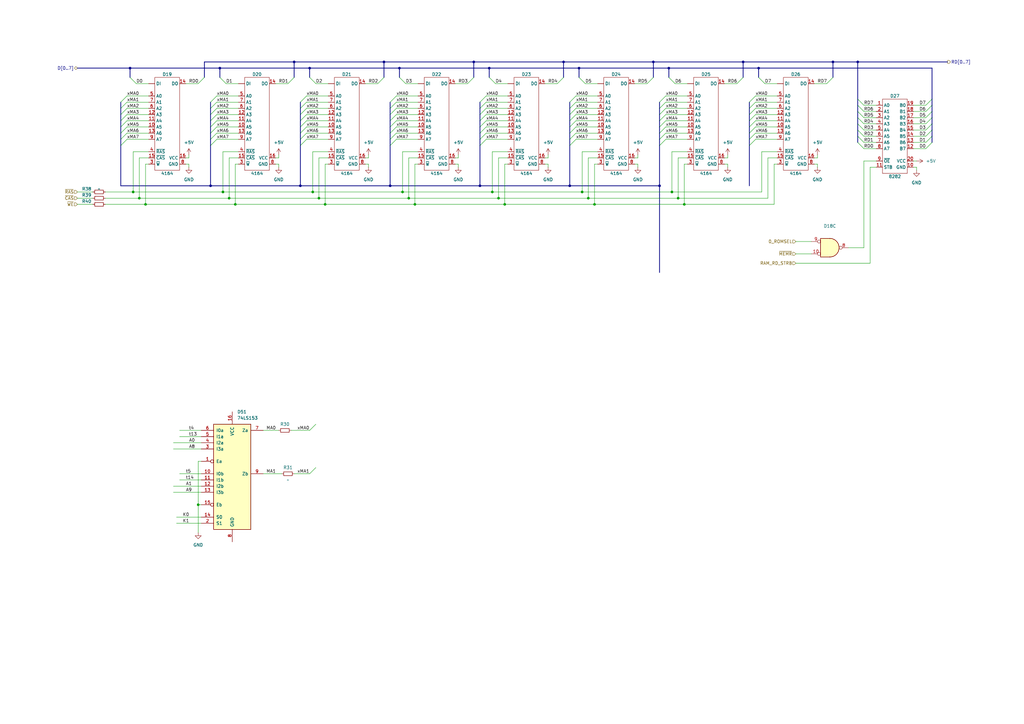
<source format=kicad_sch>
(kicad_sch (version 20211123) (generator eeschema)
  (paper "A3")
  (lib_symbols
    (symbol "74xx:74LS153" (pin_names (offset 1.016))
      (property "Reference" "U" (at -7.62 21.59 0))
      (property "Value" "74LS153" (at -7.62 -24.13 0))
      (symbol "74LS153_1_0"
        (pin input inverted (at -12.7 5.08 0) (length 5.08) (name "Ea") (number "1"))
        (pin input line (at -12.7 0 0) (length 5.08) (name "I0b") (number "10"))
        (pin input line (at -12.7 -2.54 0) (length 5.08) (name "I1b") (number "11"))
        (pin input line (at -12.7 -5.08 0) (length 5.08) (name "I2b") (number "12"))
        (pin input line (at -12.7 -7.62 0) (length 5.08) (name "I3b") (number "13"))
        (pin input line (at -12.7 -17.78 0) (length 5.08) (name "S0") (number "14"))
        (pin input inverted (at -12.7 -12.7 0) (length 5.08) (name "Eb") (number "15"))
        (pin power_in line (at 0 25.4 270) (length 5.08) (name "VCC") (number "16"))
        (pin input line (at -12.7 -20.32 0) (length 5.08) (name "S1") (number "2"))
        (pin input line (at -12.7 10.16 0) (length 5.08) (name "I3a") (number "3"))
        (pin input line (at -12.7 12.7 0) (length 5.08) (name "I2a") (number "4"))
        (pin input line (at -12.7 15.24 0) (length 5.08) (name "I1a") (number "5"))
        (pin input line (at -12.7 17.78 0) (length 5.08) (name "I0a") (number "6"))
        (pin output line (at 12.7 17.78 180) (length 5.08) (name "Za") (number "7"))
        (pin power_in line (at 0 -27.94 90) (length 5.08) (name "GND") (number "8"))
        (pin output line (at 12.7 0 180) (length 5.08) (name "Zb") (number "9"))
      )
      (symbol "74LS153_1_1"
        (rectangle (start -7.62 20.32) (end 7.62 -22.86) (stroke (width 0.254)) (fill (type background)))
      )
    )
    (symbol "74xx:74LS32" (pin_names (offset 1.016))
      (property "Reference" "U" (at 0 1.27 0))
      (property "Value" "74LS32" (at 0 -1.27 0))
      (symbol "74LS32_1_1"
        (arc (start -3.81 -3.81) (mid -2.589 0) (end -3.81 3.81) (stroke (width 0.254)))
        (arc (start -0.6096 -3.81) (mid 2.1842 -2.5851) (end 3.81 0) (stroke (width 0.254)) (fill (type background)))
        (polyline (pts (xy -3.81 -3.81) (xy -0.635 -3.81)) (stroke (width 0.254)) (fill (type background)))
        (polyline (pts (xy -3.81 3.81) (xy -0.635 3.81)) (stroke (width 0.254)) (fill (type background)))
        (polyline (pts (xy -0.635 3.81) (xy -3.81 3.81) (xy -3.81 3.81) (xy -3.556 3.4036) (xy -3.0226 2.2606) (xy -2.6924 1.0414) (xy -2.6162 -0.254) (xy -2.7686 -1.4986) (xy -3.175 -2.7178) (xy -3.81 -3.81) (xy -3.81 -3.81) (xy -0.635 -3.81)) (stroke (width -25.4)) (fill (type background)))
        (arc (start 3.81 0) (mid 2.1915 2.5936) (end -0.6096 3.81) (stroke (width 0.254)) (fill (type background)))
        (pin input line (at -7.62 2.54 0) (length 4.318) (name "~") (number "1"))
        (pin input line (at -7.62 -2.54 0) (length 4.318) (name "~") (number "2"))
        (pin output line (at 7.62 0 180) (length 3.81) (name "~") (number "3"))
      )
      (symbol "74LS32_1_2"
        (arc (start 0 -3.81) (mid 3.81 0) (end 0 3.81) (stroke (width 0.254)) (fill (type background)))
        (polyline (pts (xy 0 3.81) (xy -3.81 3.81) (xy -3.81 -3.81) (xy 0 -3.81)) (stroke (width 0.254)) (fill (type background)))
        (pin input inverted (at -7.62 2.54 0) (length 3.81) (name "~") (number "1"))
        (pin input inverted (at -7.62 -2.54 0) (length 3.81) (name "~") (number "2"))
        (pin output inverted (at 7.62 0 180) (length 3.81) (name "~") (number "3"))
      )
      (symbol "74LS32_2_1"
        (arc (start -3.81 -3.81) (mid -2.589 0) (end -3.81 3.81) (stroke (width 0.254)))
        (arc (start -0.6096 -3.81) (mid 2.1842 -2.5851) (end 3.81 0) (stroke (width 0.254)) (fill (type background)))
        (polyline (pts (xy -3.81 -3.81) (xy -0.635 -3.81)) (stroke (width 0.254)) (fill (type background)))
        (polyline (pts (xy -3.81 3.81) (xy -0.635 3.81)) (stroke (width 0.254)) (fill (type background)))
        (polyline (pts (xy -0.635 3.81) (xy -3.81 3.81) (xy -3.81 3.81) (xy -3.556 3.4036) (xy -3.0226 2.2606) (xy -2.6924 1.0414) (xy -2.6162 -0.254) (xy -2.7686 -1.4986) (xy -3.175 -2.7178) (xy -3.81 -3.81) (xy -3.81 -3.81) (xy -0.635 -3.81)) (stroke (width -25.4)) (fill (type background)))
        (arc (start 3.81 0) (mid 2.1915 2.5936) (end -0.6096 3.81) (stroke (width 0.254)) (fill (type background)))
        (pin input line (at -7.62 2.54 0) (length 4.318) (name "~") (number "4"))
        (pin input line (at -7.62 -2.54 0) (length 4.318) (name "~") (number "5"))
        (pin output line (at 7.62 0 180) (length 3.81) (name "~") (number "6"))
      )
      (symbol "74LS32_2_2"
        (arc (start 0 -3.81) (mid 3.81 0) (end 0 3.81) (stroke (width 0.254)) (fill (type background)))
        (polyline (pts (xy 0 3.81) (xy -3.81 3.81) (xy -3.81 -3.81) (xy 0 -3.81)) (stroke (width 0.254)) (fill (type background)))
        (pin input inverted (at -7.62 2.54 0) (length 3.81) (name "~") (number "4"))
        (pin input inverted (at -7.62 -2.54 0) (length 3.81) (name "~") (number "5"))
        (pin output inverted (at 7.62 0 180) (length 3.81) (name "~") (number "6"))
      )
      (symbol "74LS32_3_1"
        (arc (start -3.81 -3.81) (mid -2.589 0) (end -3.81 3.81) (stroke (width 0.254)))
        (arc (start -0.6096 -3.81) (mid 2.1842 -2.5851) (end 3.81 0) (stroke (width 0.254)) (fill (type background)))
        (polyline (pts (xy -3.81 -3.81) (xy -0.635 -3.81)) (stroke (width 0.254)) (fill (type background)))
        (polyline (pts (xy -3.81 3.81) (xy -0.635 3.81)) (stroke (width 0.254)) (fill (type background)))
        (polyline (pts (xy -0.635 3.81) (xy -3.81 3.81) (xy -3.81 3.81) (xy -3.556 3.4036) (xy -3.0226 2.2606) (xy -2.6924 1.0414) (xy -2.6162 -0.254) (xy -2.7686 -1.4986) (xy -3.175 -2.7178) (xy -3.81 -3.81) (xy -3.81 -3.81) (xy -0.635 -3.81)) (stroke (width -25.4)) (fill (type background)))
        (arc (start 3.81 0) (mid 2.1915 2.5936) (end -0.6096 3.81) (stroke (width 0.254)) (fill (type background)))
        (pin input line (at -7.62 -2.54 0) (length 4.318) (name "~") (number "10"))
        (pin output line (at 7.62 0 180) (length 3.81) (name "~") (number "8"))
        (pin input line (at -7.62 2.54 0) (length 4.318) (name "~") (number "9"))
      )
      (symbol "74LS32_3_2"
        (arc (start 0 -3.81) (mid 3.81 0) (end 0 3.81) (stroke (width 0.254)) (fill (type background)))
        (polyline (pts (xy 0 3.81) (xy -3.81 3.81) (xy -3.81 -3.81) (xy 0 -3.81)) (stroke (width 0.254)) (fill (type background)))
        (pin input inverted (at -7.62 -2.54 0) (length 3.81) (name "~") (number "10"))
        (pin output inverted (at 7.62 0 180) (length 3.81) (name "~") (number "8"))
        (pin input inverted (at -7.62 2.54 0) (length 3.81) (name "~") (number "9"))
      )
      (symbol "74LS32_4_1"
        (arc (start -3.81 -3.81) (mid -2.589 0) (end -3.81 3.81) (stroke (width 0.254)))
        (arc (start -0.6096 -3.81) (mid 2.1842 -2.5851) (end 3.81 0) (stroke (width 0.254)) (fill (type background)))
        (polyline (pts (xy -3.81 -3.81) (xy -0.635 -3.81)) (stroke (width 0.254)) (fill (type background)))
        (polyline (pts (xy -3.81 3.81) (xy -0.635 3.81)) (stroke (width 0.254)) (fill (type background)))
        (polyline (pts (xy -0.635 3.81) (xy -3.81 3.81) (xy -3.81 3.81) (xy -3.556 3.4036) (xy -3.0226 2.2606) (xy -2.6924 1.0414) (xy -2.6162 -0.254) (xy -2.7686 -1.4986) (xy -3.175 -2.7178) (xy -3.81 -3.81) (xy -3.81 -3.81) (xy -0.635 -3.81)) (stroke (width -25.4)) (fill (type background)))
        (arc (start 3.81 0) (mid 2.1915 2.5936) (end -0.6096 3.81) (stroke (width 0.254)) (fill (type background)))
        (pin output line (at 7.62 0 180) (length 3.81) (name "~") (number "11"))
        (pin input line (at -7.62 2.54 0) (length 4.318) (name "~") (number "12"))
        (pin input line (at -7.62 -2.54 0) (length 4.318) (name "~") (number "13"))
      )
      (symbol "74LS32_4_2"
        (arc (start 0 -3.81) (mid 3.81 0) (end 0 3.81) (stroke (width 0.254)) (fill (type background)))
        (polyline (pts (xy 0 3.81) (xy -3.81 3.81) (xy -3.81 -3.81) (xy 0 -3.81)) (stroke (width 0.254)) (fill (type background)))
        (pin output inverted (at 7.62 0 180) (length 3.81) (name "~") (number "11"))
        (pin input inverted (at -7.62 2.54 0) (length 3.81) (name "~") (number "12"))
        (pin input inverted (at -7.62 -2.54 0) (length 3.81) (name "~") (number "13"))
      )
      (symbol "74LS32_5_0"
        (pin power_in line (at 0 12.7 270) (length 5.08) (name "VCC") (number "14"))
        (pin power_in line (at 0 -12.7 90) (length 5.08) (name "GND") (number "7"))
      )
      (symbol "74LS32_5_1"
        (rectangle (start -5.08 7.62) (end 5.08 -7.62) (stroke (width 0.254)) (fill (type background)))
      )
    )
    (symbol "Device:R_Small" (pin_numbers hide) (pin_names (offset 0.254) hide)
      (property "Reference" "R" (at 0.762 0.508 0))
      (property "Value" "R_Small" (at 0.762 -1.016 0))
      (symbol "R_Small_0_1"
        (rectangle (start -0.762 1.778) (end 0.762 -1.778) (stroke (width 0.2032)))
      )
      (symbol "R_Small_1_1"
        (pin passive line (at 0 2.54 270) (length 0.762) (name "~") (number "1"))
        (pin passive line (at 0 -2.54 90) (length 0.762) (name "~") (number "2"))
      )
    )
    (symbol "intel8080:8282"
      (property "Reference" "D2" (at 5.08 5.08 0))
      (property "Value" "8282" (at 5.08 2.54 0))
      (symbol "8282_0_1"
        (rectangle (start 0 0) (end 10.16 -30.48))
      )
      (symbol "8282_1_1"
        (pin input line (at -2.54 -2.54 0) (length 2.54) (name "A0") (number "1"))
        (pin power_in line (at 12.7 -27.94 180) (length 2.54) (name "GND") (number "10"))
        (pin input line (at -2.54 -27.94 0) (length 2.54) (name "STB") (number "11"))
        (pin tri_state line (at 12.7 -20.32 180) (length 2.54) (name "B7") (number "12"))
        (pin tri_state line (at 12.7 -17.78 180) (length 2.54) (name "B6") (number "13"))
        (pin tri_state line (at 12.7 -15.24 180) (length 2.54) (name "B5") (number "14"))
        (pin tri_state line (at 12.7 -12.7 180) (length 2.54) (name "B4") (number "15"))
        (pin tri_state line (at 12.7 -10.16 180) (length 2.54) (name "B3") (number "16"))
        (pin tri_state line (at 12.7 -7.62 180) (length 2.54) (name "B2") (number "17"))
        (pin tri_state line (at 12.7 -5.08 180) (length 2.54) (name "B1") (number "18"))
        (pin tri_state line (at 12.7 -2.54 180) (length 2.54) (name "B0") (number "19"))
        (pin input line (at -2.54 -5.08 0) (length 2.54) (name "A1") (number "2"))
        (pin power_in line (at 12.7 -25.4 180) (length 2.54) (name "VCC") (number "20"))
        (pin input line (at -2.54 -7.62 0) (length 2.54) (name "A2") (number "3"))
        (pin input line (at -2.54 -10.16 0) (length 2.54) (name "A3") (number "4"))
        (pin input line (at -2.54 -12.7 0) (length 2.54) (name "A4") (number "5"))
        (pin input line (at -2.54 -15.24 0) (length 2.54) (name "A5") (number "6"))
        (pin input line (at -2.54 -17.78 0) (length 2.54) (name "A6") (number "7"))
        (pin input line (at -2.54 -20.32 0) (length 2.54) (name "A7") (number "8"))
        (pin input line (at -2.54 -25.4 0) (length 2.54) (name "~{OE}") (number "9"))
      )
    )
    (symbol "memories:4164"
      (property "Reference" "U" (at 3.81 1.27 0))
      (property "Value" "4164" (at 5.08 -40.64 0))
      (symbol "4164_0_1"
        (rectangle (start 0 0) (end 10.16 -38.1))
      )
      (symbol "4164_1_1"
        (pin input line (at -2.54 -2.54 0) (length 2.54) (name "DI") (number ""))
        (pin input line (at -2.54 -20.32 0) (length 2.54) (name "A5") (number "10"))
        (pin input line (at -2.54 -17.78 0) (length 2.54) (name "A4") (number "11"))
        (pin input line (at -2.54 -15.24 0) (length 2.54) (name "A3") (number "12"))
        (pin input line (at -2.54 -22.86 0) (length 2.54) (name "A6") (number "13"))
        (pin output line (at 12.7 -2.54 180) (length 2.54) (name "DO") (number "14"))
        (pin input line (at -2.54 -33.02 0) (length 2.54) (name "~{CAS}") (number "15"))
        (pin power_in line (at 12.7 -33.02 180) (length 2.54) (name "VCC") (number "16"))
        (pin input line (at -2.54 -35.56 0) (length 2.54) (name "~{W}") (number "3"))
        (pin input line (at -2.54 -30.48 0) (length 2.54) (name "~{RAS}") (number "4"))
        (pin input line (at -2.54 -7.62 0) (length 2.54) (name "A0") (number "5"))
        (pin input line (at -2.54 -12.7 0) (length 2.54) (name "A2") (number "6"))
        (pin input line (at -2.54 -10.16 0) (length 2.54) (name "A1") (number "7"))
        (pin power_in line (at 12.7 -35.56 180) (length 2.54) (name "GND") (number "8"))
        (pin input line (at -2.54 -25.4 0) (length 2.54) (name "A7") (number "9"))
      )
    )
    (symbol "power:+5V" (power) (pin_names (offset 0))
      (property "Value" "+5V" (at 0 3.556 0))
      (symbol "+5V_0_1"
        (polyline (pts (xy -0.762 1.27) (xy 0 2.54)))
        (polyline (pts (xy 0 0) (xy 0 2.54)))
        (polyline (pts (xy 0 2.54) (xy 0.762 1.27)))
      )
      (symbol "+5V_1_1"
        (pin power_in line (at 0 0 90) (length 0) hide (name "+5V") (number "1"))
      )
    )
    (symbol "power:GND" (power) (pin_names (offset 0))
      (property "Value" "GND" (at 0 -3.81 0))
      (symbol "GND_0_1"
        (polyline (pts (xy 0 0) (xy 0 -1.27) (xy 1.27 -1.27) (xy 0 -2.54) (xy -1.27 -1.27) (xy 0 -1.27)))
      )
      (symbol "GND_1_1"
        (pin power_in line (at 0 0 270) (length 0) hide (name "GND") (number "1"))
      )
    )
  )
  (junction (at 123.19 76.2))
  (junction (at 267.97 25.4))
  (junction (at 351.79 25.4))
  (junction (at 165.1 78.74))
  (junction (at 237.49 27.94))
  (junction (at 233.68 76.2))
  (junction (at 274.32 27.94))
  (junction (at 278.13 81.28))
  (junction (at 86.36 76.2))
  (junction (at 231.14 25.4))
  (junction (at 163.83 27.94))
  (junction (at 170.18 83.82))
  (junction (at 243.84 83.82))
  (junction (at 93.98 81.28))
  (junction (at 241.3 81.28))
  (junction (at 201.93 78.74))
  (junction (at 311.15 27.94))
  (junction (at 54.61 78.74))
  (junction (at 275.59 78.74))
  (junction (at 200.66 27.94))
  (junction (at 280.67 83.82))
  (junction (at 304.8 25.4))
  (junction (at 341.63 25.4))
  (junction (at 238.76 78.74))
  (junction (at 91.44 78.74))
  (junction (at 196.85 76.2))
  (junction (at 53.34 27.94))
  (junction (at 133.35 83.82))
  (junction (at 81.28 207.01))
  (junction (at 157.48 25.4))
  (junction (at 130.81 81.28))
  (junction (at 204.47 81.28))
  (junction (at 128.27 78.74))
  (junction (at 90.17 27.94))
  (junction (at 120.65 25.4))
  (junction (at 160.02 76.2))
  (junction (at 207.01 83.82))
  (junction (at 127 27.94))
  (junction (at 59.69 83.82))
  (junction (at 57.15 81.28))
  (junction (at 270.51 76.2))
  (junction (at 167.64 81.28))
  (junction (at 194.31 25.4))
  (junction (at 96.52 83.82))
  (bus_entry (at 160.02 57.15) (size 2.54 -2.54))
  (bus_entry (at 160.02 52.07) (size 2.54 -2.54))
  (bus_entry (at 154.94 34.29) (size 2.54 -2.54))
  (bus_entry (at 265.43 34.29) (size 2.54 -2.54))
  (bus_entry (at 118.11 34.29) (size 2.54 -2.54))
  (bus_entry (at 307.34 41.91) (size 2.54 -2.54))
  (bus_entry (at 382.27 58.42) (size -2.54 2.54))
  (bus_entry (at 49.53 41.91) (size 2.54 -2.54))
  (bus_entry (at 307.34 46.99) (size 2.54 -2.54))
  (bus_entry (at 382.27 55.88) (size -2.54 2.54))
  (bus_entry (at 351.79 40.64) (size 2.54 2.54))
  (bus_entry (at 270.51 46.99) (size 2.54 -2.54))
  (bus_entry (at 382.27 43.18) (size -2.54 2.54))
  (bus_entry (at 196.85 57.15) (size 2.54 -2.54))
  (bus_entry (at 351.79 45.72) (size 2.54 2.54))
  (bus_entry (at 49.53 57.15) (size 2.54 -2.54))
  (bus_entry (at 270.51 44.45) (size 2.54 -2.54))
  (bus_entry (at 163.83 31.75) (size 2.54 2.54))
  (bus_entry (at 351.79 43.18) (size 2.54 2.54))
  (bus_entry (at 339.09 34.29) (size 2.54 -2.54))
  (bus_entry (at 351.79 53.34) (size 2.54 2.54))
  (bus_entry (at 270.51 52.07) (size 2.54 -2.54))
  (bus_entry (at 86.36 41.91) (size 2.54 -2.54))
  (bus_entry (at 90.17 31.75) (size 2.54 2.54))
  (bus_entry (at 86.36 52.07) (size 2.54 -2.54))
  (bus_entry (at 233.68 57.15) (size 2.54 -2.54))
  (bus_entry (at 307.34 54.61) (size 2.54 -2.54))
  (bus_entry (at 382.27 48.26) (size -2.54 2.54))
  (bus_entry (at 123.19 54.61) (size 2.54 -2.54))
  (bus_entry (at 196.85 46.99) (size 2.54 -2.54))
  (bus_entry (at 274.32 31.75) (size 2.54 2.54))
  (bus_entry (at 233.68 49.53) (size 2.54 -2.54))
  (bus_entry (at 196.85 41.91) (size 2.54 -2.54))
  (bus_entry (at 196.85 49.53) (size 2.54 -2.54))
  (bus_entry (at 49.53 54.61) (size 2.54 -2.54))
  (bus_entry (at 196.85 52.07) (size 2.54 -2.54))
  (bus_entry (at 270.51 57.15) (size 2.54 -2.54))
  (bus_entry (at 233.68 46.99) (size 2.54 -2.54))
  (bus_entry (at 160.02 44.45) (size 2.54 -2.54))
  (bus_entry (at 307.34 57.15) (size 2.54 -2.54))
  (bus_entry (at 270.51 54.61) (size 2.54 -2.54))
  (bus_entry (at 307.34 44.45) (size 2.54 -2.54))
  (bus_entry (at 382.27 45.72) (size -2.54 2.54))
  (bus_entry (at 160.02 46.99) (size 2.54 -2.54))
  (bus_entry (at 123.19 59.69) (size 2.54 -2.54))
  (bus_entry (at 160.02 49.53) (size 2.54 -2.54))
  (bus_entry (at 382.27 50.8) (size -2.54 2.54))
  (bus_entry (at 302.26 34.29) (size 2.54 -2.54))
  (bus_entry (at 233.68 44.45) (size 2.54 -2.54))
  (bus_entry (at 351.79 48.26) (size 2.54 2.54))
  (bus_entry (at 49.53 52.07) (size 2.54 -2.54))
  (bus_entry (at 127 194.31) (size 2.54 -2.54))
  (bus_entry (at 228.6 34.29) (size 2.54 -2.54))
  (bus_entry (at 160.02 41.91) (size 2.54 -2.54))
  (bus_entry (at 270.51 41.91) (size 2.54 -2.54))
  (bus_entry (at 123.19 41.91) (size 2.54 -2.54))
  (bus_entry (at 233.68 41.91) (size 2.54 -2.54))
  (bus_entry (at 351.79 55.88) (size 2.54 2.54))
  (bus_entry (at 196.85 44.45) (size 2.54 -2.54))
  (bus_entry (at 49.53 46.99) (size 2.54 -2.54))
  (bus_entry (at 86.36 57.15) (size 2.54 -2.54))
  (bus_entry (at 49.53 44.45) (size 2.54 -2.54))
  (bus_entry (at 127 31.75) (size 2.54 2.54))
  (bus_entry (at 123.19 44.45) (size 2.54 -2.54))
  (bus_entry (at 49.53 49.53) (size 2.54 -2.54))
  (bus_entry (at 86.36 46.99) (size 2.54 -2.54))
  (bus_entry (at 270.51 49.53) (size 2.54 -2.54))
  (bus_entry (at 307.34 59.69) (size 2.54 -2.54))
  (bus_entry (at 233.68 54.61) (size 2.54 -2.54))
  (bus_entry (at 123.19 52.07) (size 2.54 -2.54))
  (bus_entry (at 200.66 31.75) (size 2.54 2.54))
  (bus_entry (at 160.02 59.69) (size 2.54 -2.54))
  (bus_entry (at 196.85 59.69) (size 2.54 -2.54))
  (bus_entry (at 160.02 54.61) (size 2.54 -2.54))
  (bus_entry (at 86.36 54.61) (size 2.54 -2.54))
  (bus_entry (at 123.19 46.99) (size 2.54 -2.54))
  (bus_entry (at 351.79 58.42) (size 2.54 2.54))
  (bus_entry (at 351.79 50.8) (size 2.54 2.54))
  (bus_entry (at 233.68 59.69) (size 2.54 -2.54))
  (bus_entry (at 81.28 34.29) (size 2.54 -2.54))
  (bus_entry (at 382.27 40.64) (size -2.54 2.54))
  (bus_entry (at 86.36 44.45) (size 2.54 -2.54))
  (bus_entry (at 382.27 53.34) (size -2.54 2.54))
  (bus_entry (at 86.36 59.69) (size 2.54 -2.54))
  (bus_entry (at 53.34 31.75) (size 2.54 2.54))
  (bus_entry (at 123.19 57.15) (size 2.54 -2.54))
  (bus_entry (at 86.36 49.53) (size 2.54 -2.54))
  (bus_entry (at 191.77 34.29) (size 2.54 -2.54))
  (bus_entry (at 233.68 52.07) (size 2.54 -2.54))
  (bus_entry (at 270.51 59.69) (size 2.54 -2.54))
  (bus_entry (at 311.15 31.75) (size 2.54 2.54))
  (bus_entry (at 49.53 59.69) (size 2.54 -2.54))
  (bus_entry (at 127 176.53) (size 2.54 -2.54))
  (bus_entry (at 123.19 49.53) (size 2.54 -2.54))
  (bus_entry (at 196.85 54.61) (size 2.54 -2.54))
  (bus_entry (at 237.49 31.75) (size 2.54 2.54))
  (bus_entry (at 307.34 52.07) (size 2.54 -2.54))
  (bus_entry (at 307.34 49.53) (size 2.54 -2.54))
  (bus (pts (xy 304.8 25.4) (xy 304.8 31.75)))
  (bus (pts (xy 233.68 46.99) (xy 233.68 49.53)))
  (wire (pts (xy 201.93 78.74) (xy 201.93 62.23)))
  (wire (pts (xy 162.56 57.15) (xy 171.45 57.15)))
  (wire (pts (xy 326.39 107.95) (xy 356.87 107.95)))
  (bus (pts (xy 86.36 57.15) (xy 86.36 59.69)))
  (bus (pts (xy 270.51 76.2) (xy 270.51 111.76)))
  (wire (pts (xy 356.87 68.58) (xy 356.87 107.95)))
  (bus (pts (xy 160.02 41.91) (xy 160.02 44.45)))
  (bus (pts (xy 270.51 46.99) (xy 270.51 49.53)))
  (wire (pts (xy 88.9 44.45) (xy 97.79 44.45)))
  (bus (pts (xy 160.02 52.07) (xy 160.02 54.61)))
  (wire (pts (xy 354.33 48.26) (xy 359.41 48.26)))
  (bus (pts (xy 351.79 43.18) (xy 351.79 45.72)))
  (wire (pts (xy 379.73 45.72) (xy 374.65 45.72)))
  (bus (pts (xy 123.19 52.07) (xy 123.19 54.61)))
  (wire (pts (xy 151.13 67.31) (xy 149.86 67.31)))
  (wire (pts (xy 133.35 67.31) (xy 134.62 67.31)))
  (bus (pts (xy 196.85 52.07) (xy 196.85 54.61)))
  (bus (pts (xy 351.79 25.4) (xy 351.79 40.64)))
  (wire (pts (xy 278.13 64.77) (xy 281.94 64.77)))
  (wire (pts (xy 224.79 68.58) (xy 224.79 67.31)))
  (wire (pts (xy 375.92 68.58) (xy 375.92 69.85)))
  (bus (pts (xy 90.17 27.94) (xy 90.17 31.75)))
  (wire (pts (xy 261.62 67.31) (xy 260.35 67.31)))
  (bus (pts (xy 123.19 46.99) (xy 123.19 49.53)))
  (bus (pts (xy 233.68 76.2) (xy 270.51 76.2)))
  (wire (pts (xy 128.27 78.74) (xy 165.1 78.74)))
  (wire (pts (xy 199.39 54.61) (xy 208.28 54.61)))
  (wire (pts (xy 57.15 81.28) (xy 93.98 81.28)))
  (wire (pts (xy 334.01 64.77) (xy 335.28 64.77)))
  (wire (pts (xy 241.3 81.28) (xy 278.13 81.28)))
  (bus (pts (xy 49.53 76.2) (xy 86.36 76.2)))
  (bus (pts (xy 120.65 25.4) (xy 120.65 31.75)))
  (bus (pts (xy 307.34 57.15) (xy 307.34 59.69)))
  (bus (pts (xy 270.51 57.15) (xy 270.51 59.69)))
  (bus (pts (xy 163.83 27.94) (xy 200.66 27.94)))
  (wire (pts (xy 379.73 48.26) (xy 374.65 48.26)))
  (bus (pts (xy 341.63 25.4) (xy 341.63 31.75)))
  (wire (pts (xy 170.18 67.31) (xy 170.18 83.82)))
  (wire (pts (xy 204.47 64.77) (xy 208.28 64.77)))
  (bus (pts (xy 83.82 25.4) (xy 120.65 25.4)))
  (bus (pts (xy 196.85 44.45) (xy 196.85 46.99)))
  (wire (pts (xy 81.28 189.23) (xy 82.55 189.23)))
  (bus (pts (xy 157.48 25.4) (xy 194.31 25.4)))
  (wire (pts (xy 59.69 83.82) (xy 43.18 83.82)))
  (wire (pts (xy 223.52 34.29) (xy 228.6 34.29)))
  (bus (pts (xy 351.79 48.26) (xy 351.79 50.8)))
  (wire (pts (xy 114.3 68.58) (xy 114.3 67.31)))
  (bus (pts (xy 270.51 49.53) (xy 270.51 52.07)))
  (bus (pts (xy 307.34 41.91) (xy 307.34 44.45)))
  (wire (pts (xy 273.05 49.53) (xy 281.94 49.53)))
  (wire (pts (xy 72.39 214.63) (xy 82.55 214.63)))
  (bus (pts (xy 307.34 54.61) (xy 307.34 57.15)))
  (wire (pts (xy 165.1 78.74) (xy 165.1 62.23)))
  (wire (pts (xy 204.47 81.28) (xy 204.47 64.77)))
  (bus (pts (xy 311.15 27.94) (xy 311.15 31.75)))
  (wire (pts (xy 125.73 54.61) (xy 134.62 54.61)))
  (bus (pts (xy 307.34 49.53) (xy 307.34 52.07)))
  (wire (pts (xy 52.07 54.61) (xy 60.96 54.61)))
  (bus (pts (xy 267.97 25.4) (xy 267.97 31.75)))
  (bus (pts (xy 270.51 44.45) (xy 270.51 46.99)))
  (wire (pts (xy 119.38 176.53) (xy 127 176.53)))
  (wire (pts (xy 236.22 57.15) (xy 245.11 57.15)))
  (wire (pts (xy 107.95 176.53) (xy 114.3 176.53)))
  (wire (pts (xy 76.2 34.29) (xy 81.28 34.29)))
  (bus (pts (xy 123.19 59.69) (xy 123.19 76.2)))
  (bus (pts (xy 86.36 76.2) (xy 123.19 76.2)))
  (wire (pts (xy 77.47 67.31) (xy 76.2 67.31)))
  (bus (pts (xy 196.85 49.53) (xy 196.85 52.07)))
  (wire (pts (xy 52.07 41.91) (xy 60.96 41.91)))
  (bus (pts (xy 194.31 25.4) (xy 194.31 31.75)))
  (wire (pts (xy 130.81 81.28) (xy 167.64 81.28)))
  (bus (pts (xy 382.27 40.64) (xy 382.27 43.18)))
  (wire (pts (xy 59.69 83.82) (xy 96.52 83.82)))
  (bus (pts (xy 382.27 50.8) (xy 382.27 53.34)))
  (wire (pts (xy 162.56 52.07) (xy 171.45 52.07)))
  (wire (pts (xy 236.22 39.37) (xy 245.11 39.37)))
  (bus (pts (xy 233.68 49.53) (xy 233.68 52.07)))
  (bus (pts (xy 274.32 27.94) (xy 274.32 31.75)))
  (wire (pts (xy 280.67 83.82) (xy 280.67 67.31)))
  (wire (pts (xy 81.28 218.44) (xy 81.28 207.01)))
  (wire (pts (xy 76.2 64.77) (xy 77.47 64.77)))
  (wire (pts (xy 354.33 43.18) (xy 359.41 43.18)))
  (wire (pts (xy 379.73 53.34) (xy 374.65 53.34)))
  (wire (pts (xy 236.22 41.91) (xy 245.11 41.91)))
  (wire (pts (xy 199.39 39.37) (xy 208.28 39.37)))
  (bus (pts (xy 304.8 25.4) (xy 341.63 25.4)))
  (bus (pts (xy 86.36 54.61) (xy 86.36 57.15)))
  (bus (pts (xy 233.68 52.07) (xy 233.68 54.61)))
  (wire (pts (xy 275.59 62.23) (xy 281.94 62.23)))
  (wire (pts (xy 199.39 52.07) (xy 208.28 52.07)))
  (wire (pts (xy 354.33 53.34) (xy 359.41 53.34)))
  (wire (pts (xy 57.15 64.77) (xy 57.15 81.28)))
  (wire (pts (xy 149.86 34.29) (xy 154.94 34.29)))
  (wire (pts (xy 165.1 62.23) (xy 171.45 62.23)))
  (wire (pts (xy 125.73 39.37) (xy 134.62 39.37)))
  (wire (pts (xy 238.76 78.74) (xy 275.59 78.74)))
  (bus (pts (xy 160.02 59.69) (xy 160.02 76.2)))
  (wire (pts (xy 201.93 62.23) (xy 208.28 62.23)))
  (bus (pts (xy 196.85 76.2) (xy 233.68 76.2)))
  (bus (pts (xy 307.34 44.45) (xy 307.34 46.99)))
  (bus (pts (xy 53.34 27.94) (xy 53.34 31.75)))
  (wire (pts (xy 204.47 81.28) (xy 241.3 81.28)))
  (wire (pts (xy 170.18 67.31) (xy 171.45 67.31)))
  (bus (pts (xy 233.68 44.45) (xy 233.68 46.99)))
  (wire (pts (xy 91.44 78.74) (xy 91.44 62.23)))
  (bus (pts (xy 351.79 40.64) (xy 351.79 43.18)))
  (wire (pts (xy 354.33 45.72) (xy 359.41 45.72)))
  (wire (pts (xy 203.2 34.29) (xy 208.28 34.29)))
  (wire (pts (xy 273.05 44.45) (xy 281.94 44.45)))
  (bus (pts (xy 233.68 59.69) (xy 233.68 76.2)))
  (wire (pts (xy 335.28 64.77) (xy 335.28 63.5)))
  (wire (pts (xy 379.73 43.18) (xy 374.65 43.18)))
  (wire (pts (xy 57.15 81.28) (xy 43.18 81.28)))
  (wire (pts (xy 207.01 83.82) (xy 207.01 67.31)))
  (wire (pts (xy 186.69 34.29) (xy 191.77 34.29)))
  (wire (pts (xy 280.67 83.82) (xy 317.5 83.82)))
  (bus (pts (xy 196.85 54.61) (xy 196.85 57.15)))
  (wire (pts (xy 309.88 57.15) (xy 318.77 57.15)))
  (wire (pts (xy 52.07 57.15) (xy 60.96 57.15)))
  (wire (pts (xy 71.12 184.15) (xy 82.55 184.15)))
  (wire (pts (xy 125.73 49.53) (xy 134.62 49.53)))
  (wire (pts (xy 317.5 83.82) (xy 317.5 67.31)))
  (wire (pts (xy 129.54 34.29) (xy 134.62 34.29)))
  (wire (pts (xy 374.65 68.58) (xy 375.92 68.58)))
  (wire (pts (xy 312.42 62.23) (xy 318.77 62.23)))
  (bus (pts (xy 307.34 46.99) (xy 307.34 49.53)))
  (wire (pts (xy 236.22 46.99) (xy 245.11 46.99)))
  (wire (pts (xy 162.56 54.61) (xy 171.45 54.61)))
  (wire (pts (xy 71.12 201.93) (xy 82.55 201.93)))
  (bus (pts (xy 123.19 76.2) (xy 160.02 76.2)))
  (wire (pts (xy 55.88 34.29) (xy 60.96 34.29)))
  (wire (pts (xy 298.45 64.77) (xy 298.45 63.5)))
  (wire (pts (xy 125.73 44.45) (xy 134.62 44.45)))
  (bus (pts (xy 382.27 53.34) (xy 382.27 55.88)))
  (wire (pts (xy 151.13 64.77) (xy 151.13 63.5)))
  (bus (pts (xy 196.85 59.69) (xy 196.85 76.2)))
  (wire (pts (xy 354.33 66.04) (xy 354.33 101.6)))
  (wire (pts (xy 224.79 67.31) (xy 223.52 67.31)))
  (wire (pts (xy 187.96 67.31) (xy 186.69 67.31)))
  (wire (pts (xy 309.88 46.99) (xy 318.77 46.99)))
  (wire (pts (xy 309.88 39.37) (xy 318.77 39.37)))
  (wire (pts (xy 199.39 44.45) (xy 208.28 44.45)))
  (wire (pts (xy 71.12 181.61) (xy 82.55 181.61)))
  (bus (pts (xy 86.36 59.69) (xy 86.36 76.2)))
  (wire (pts (xy 92.71 34.29) (xy 97.79 34.29)))
  (wire (pts (xy 297.18 64.77) (xy 298.45 64.77)))
  (wire (pts (xy 162.56 46.99) (xy 171.45 46.99)))
  (wire (pts (xy 298.45 68.58) (xy 298.45 67.31)))
  (wire (pts (xy 43.18 78.74) (xy 54.61 78.74)))
  (wire (pts (xy 354.33 55.88) (xy 359.41 55.88)))
  (wire (pts (xy 166.37 34.29) (xy 171.45 34.29)))
  (bus (pts (xy 382.27 27.94) (xy 382.27 40.64)))
  (bus (pts (xy 86.36 41.91) (xy 86.36 44.45)))
  (bus (pts (xy 160.02 76.2) (xy 196.85 76.2)))
  (wire (pts (xy 167.64 81.28) (xy 204.47 81.28)))
  (wire (pts (xy 77.47 68.58) (xy 77.47 67.31)))
  (wire (pts (xy 93.98 64.77) (xy 97.79 64.77)))
  (wire (pts (xy 52.07 49.53) (xy 60.96 49.53)))
  (wire (pts (xy 88.9 46.99) (xy 97.79 46.99)))
  (bus (pts (xy 160.02 54.61) (xy 160.02 57.15)))
  (bus (pts (xy 233.68 54.61) (xy 233.68 57.15)))
  (wire (pts (xy 207.01 83.82) (xy 243.84 83.82)))
  (wire (pts (xy 81.28 207.01) (xy 81.28 189.23)))
  (wire (pts (xy 379.73 50.8) (xy 374.65 50.8)))
  (wire (pts (xy 57.15 64.77) (xy 60.96 64.77)))
  (wire (pts (xy 309.88 54.61) (xy 318.77 54.61)))
  (wire (pts (xy 201.93 78.74) (xy 238.76 78.74)))
  (bus (pts (xy 233.68 57.15) (xy 233.68 59.69)))
  (wire (pts (xy 236.22 52.07) (xy 245.11 52.07)))
  (bus (pts (xy 123.19 44.45) (xy 123.19 46.99)))
  (bus (pts (xy 274.32 27.94) (xy 311.15 27.94)))
  (bus (pts (xy 351.79 25.4) (xy 388.62 25.4)))
  (bus (pts (xy 123.19 41.91) (xy 123.19 44.45)))
  (wire (pts (xy 151.13 68.58) (xy 151.13 67.31)))
  (wire (pts (xy 275.59 78.74) (xy 275.59 62.23)))
  (bus (pts (xy 200.66 27.94) (xy 200.66 31.75)))
  (wire (pts (xy 273.05 57.15) (xy 281.94 57.15)))
  (bus (pts (xy 196.85 57.15) (xy 196.85 59.69)))
  (bus (pts (xy 382.27 45.72) (xy 382.27 48.26)))
  (wire (pts (xy 199.39 49.53) (xy 208.28 49.53)))
  (wire (pts (xy 278.13 81.28) (xy 278.13 64.77)))
  (wire (pts (xy 297.18 34.29) (xy 302.26 34.29)))
  (wire (pts (xy 374.65 66.04) (xy 375.92 66.04)))
  (wire (pts (xy 170.18 83.82) (xy 207.01 83.82)))
  (wire (pts (xy 187.96 68.58) (xy 187.96 67.31)))
  (bus (pts (xy 157.48 25.4) (xy 157.48 31.75)))
  (wire (pts (xy 59.69 67.31) (xy 59.69 83.82)))
  (wire (pts (xy 309.88 49.53) (xy 318.77 49.53)))
  (wire (pts (xy 162.56 39.37) (xy 171.45 39.37)))
  (wire (pts (xy 359.41 66.04) (xy 354.33 66.04)))
  (wire (pts (xy 186.69 64.77) (xy 187.96 64.77)))
  (wire (pts (xy 133.35 83.82) (xy 133.35 67.31)))
  (bus (pts (xy 86.36 46.99) (xy 86.36 49.53)))
  (wire (pts (xy 199.39 46.99) (xy 208.28 46.99)))
  (wire (pts (xy 52.07 39.37) (xy 60.96 39.37)))
  (bus (pts (xy 194.31 25.4) (xy 231.14 25.4)))
  (wire (pts (xy 149.86 64.77) (xy 151.13 64.77)))
  (bus (pts (xy 90.17 27.94) (xy 127 27.94)))
  (wire (pts (xy 354.33 60.96) (xy 359.41 60.96)))
  (bus (pts (xy 270.51 59.69) (xy 270.51 76.2)))
  (wire (pts (xy 236.22 54.61) (xy 245.11 54.61)))
  (wire (pts (xy 240.03 34.29) (xy 245.11 34.29)))
  (wire (pts (xy 273.05 54.61) (xy 281.94 54.61)))
  (wire (pts (xy 187.96 64.77) (xy 187.96 63.5)))
  (wire (pts (xy 114.3 67.31) (xy 113.03 67.31)))
  (bus (pts (xy 49.53 46.99) (xy 49.53 49.53)))
  (wire (pts (xy 96.52 83.82) (xy 96.52 67.31)))
  (wire (pts (xy 162.56 49.53) (xy 171.45 49.53)))
  (wire (pts (xy 241.3 64.77) (xy 245.11 64.77)))
  (bus (pts (xy 83.82 25.4) (xy 83.82 31.75)))
  (wire (pts (xy 96.52 67.31) (xy 97.79 67.31)))
  (bus (pts (xy 270.51 52.07) (xy 270.51 54.61)))
  (wire (pts (xy 238.76 62.23) (xy 245.11 62.23)))
  (wire (pts (xy 125.73 57.15) (xy 134.62 57.15)))
  (wire (pts (xy 335.28 67.31) (xy 334.01 67.31)))
  (wire (pts (xy 77.47 64.77) (xy 77.47 63.5)))
  (wire (pts (xy 128.27 78.74) (xy 128.27 62.23)))
  (bus (pts (xy 49.53 59.69) (xy 49.53 76.2)))
  (wire (pts (xy 313.69 34.29) (xy 318.77 34.29)))
  (wire (pts (xy 52.07 46.99) (xy 60.96 46.99)))
  (wire (pts (xy 207.01 67.31) (xy 208.28 67.31)))
  (wire (pts (xy 120.65 194.31) (xy 127 194.31)))
  (bus (pts (xy 341.63 25.4) (xy 351.79 25.4)))
  (wire (pts (xy 91.44 62.23) (xy 97.79 62.23)))
  (bus (pts (xy 382.27 43.18) (xy 382.27 45.72)))
  (wire (pts (xy 314.96 64.77) (xy 318.77 64.77)))
  (wire (pts (xy 52.07 44.45) (xy 60.96 44.45)))
  (bus (pts (xy 163.83 27.94) (xy 163.83 31.75)))
  (wire (pts (xy 162.56 44.45) (xy 171.45 44.45)))
  (wire (pts (xy 31.75 83.82) (xy 38.1 83.82)))
  (bus (pts (xy 237.49 27.94) (xy 274.32 27.94)))
  (wire (pts (xy 379.73 58.42) (xy 374.65 58.42)))
  (bus (pts (xy 382.27 55.88) (xy 382.27 58.42)))
  (wire (pts (xy 31.75 78.74) (xy 38.1 78.74)))
  (wire (pts (xy 243.84 83.82) (xy 280.67 83.82)))
  (wire (pts (xy 125.73 41.91) (xy 134.62 41.91)))
  (wire (pts (xy 52.07 52.07) (xy 60.96 52.07)))
  (wire (pts (xy 298.45 67.31) (xy 297.18 67.31)))
  (bus (pts (xy 351.79 45.72) (xy 351.79 48.26)))
  (wire (pts (xy 73.66 194.31) (xy 82.55 194.31)))
  (wire (pts (xy 165.1 78.74) (xy 201.93 78.74)))
  (bus (pts (xy 86.36 44.45) (xy 86.36 46.99)))
  (wire (pts (xy 309.88 44.45) (xy 318.77 44.45)))
  (wire (pts (xy 236.22 49.53) (xy 245.11 49.53)))
  (wire (pts (xy 326.39 104.14) (xy 332.74 104.14)))
  (bus (pts (xy 31.75 27.94) (xy 53.34 27.94)))
  (bus (pts (xy 233.68 41.91) (xy 233.68 44.45)))
  (wire (pts (xy 273.05 41.91) (xy 281.94 41.91)))
  (wire (pts (xy 354.33 50.8) (xy 359.41 50.8)))
  (bus (pts (xy 307.34 59.69) (xy 307.34 76.2)))
  (bus (pts (xy 123.19 54.61) (xy 123.19 57.15)))
  (wire (pts (xy 260.35 64.77) (xy 261.62 64.77)))
  (wire (pts (xy 335.28 68.58) (xy 335.28 67.31)))
  (bus (pts (xy 86.36 49.53) (xy 86.36 52.07)))
  (bus (pts (xy 49.53 49.53) (xy 49.53 52.07)))
  (wire (pts (xy 238.76 78.74) (xy 238.76 62.23)))
  (wire (pts (xy 133.35 83.82) (xy 170.18 83.82)))
  (wire (pts (xy 236.22 44.45) (xy 245.11 44.45)))
  (wire (pts (xy 113.03 64.77) (xy 114.3 64.77)))
  (wire (pts (xy 54.61 62.23) (xy 54.61 78.74)))
  (bus (pts (xy 160.02 46.99) (xy 160.02 49.53)))
  (wire (pts (xy 379.73 55.88) (xy 374.65 55.88)))
  (wire (pts (xy 93.98 81.28) (xy 130.81 81.28)))
  (bus (pts (xy 49.53 54.61) (xy 49.53 57.15)))
  (wire (pts (xy 273.05 52.07) (xy 281.94 52.07)))
  (bus (pts (xy 127 27.94) (xy 127 31.75)))
  (wire (pts (xy 359.41 68.58) (xy 356.87 68.58)))
  (wire (pts (xy 326.39 99.06) (xy 332.74 99.06)))
  (wire (pts (xy 224.79 64.77) (xy 224.79 63.5)))
  (wire (pts (xy 309.88 52.07) (xy 318.77 52.07)))
  (wire (pts (xy 54.61 62.23) (xy 60.96 62.23)))
  (wire (pts (xy 276.86 34.29) (xy 281.94 34.29)))
  (wire (pts (xy 73.66 176.53) (xy 82.55 176.53)))
  (bus (pts (xy 123.19 49.53) (xy 123.19 52.07)))
  (wire (pts (xy 273.05 46.99) (xy 281.94 46.99)))
  (wire (pts (xy 107.95 194.31) (xy 115.57 194.31)))
  (bus (pts (xy 351.79 50.8) (xy 351.79 53.34)))
  (wire (pts (xy 223.52 64.77) (xy 224.79 64.77)))
  (bus (pts (xy 123.19 57.15) (xy 123.19 59.69)))
  (wire (pts (xy 81.28 207.01) (xy 82.55 207.01)))
  (bus (pts (xy 196.85 46.99) (xy 196.85 49.53)))
  (wire (pts (xy 88.9 49.53) (xy 97.79 49.53)))
  (bus (pts (xy 311.15 27.94) (xy 382.27 27.94)))
  (wire (pts (xy 167.64 64.77) (xy 171.45 64.77)))
  (wire (pts (xy 114.3 64.77) (xy 114.3 63.5)))
  (bus (pts (xy 270.51 41.91) (xy 270.51 44.45)))
  (bus (pts (xy 86.36 52.07) (xy 86.36 54.61)))
  (wire (pts (xy 167.64 64.77) (xy 167.64 81.28)))
  (wire (pts (xy 199.39 57.15) (xy 208.28 57.15)))
  (wire (pts (xy 130.81 64.77) (xy 134.62 64.77)))
  (wire (pts (xy 128.27 62.23) (xy 134.62 62.23)))
  (wire (pts (xy 260.35 34.29) (xy 265.43 34.29)))
  (wire (pts (xy 130.81 81.28) (xy 130.81 64.77)))
  (bus (pts (xy 267.97 25.4) (xy 304.8 25.4)))
  (wire (pts (xy 73.66 196.85) (xy 82.55 196.85)))
  (wire (pts (xy 88.9 41.91) (xy 97.79 41.91)))
  (wire (pts (xy 59.69 67.31) (xy 60.96 67.31)))
  (wire (pts (xy 261.62 68.58) (xy 261.62 67.31)))
  (wire (pts (xy 275.59 78.74) (xy 312.42 78.74)))
  (wire (pts (xy 31.75 81.28) (xy 38.1 81.28)))
  (wire (pts (xy 71.12 199.39) (xy 82.55 199.39)))
  (wire (pts (xy 162.56 41.91) (xy 171.45 41.91)))
  (wire (pts (xy 273.05 39.37) (xy 281.94 39.37)))
  (wire (pts (xy 54.61 78.74) (xy 91.44 78.74)))
  (wire (pts (xy 317.5 67.31) (xy 318.77 67.31)))
  (wire (pts (xy 88.9 52.07) (xy 97.79 52.07)))
  (bus (pts (xy 49.53 44.45) (xy 49.53 46.99)))
  (wire (pts (xy 261.62 64.77) (xy 261.62 63.5)))
  (bus (pts (xy 307.34 52.07) (xy 307.34 54.61)))
  (bus (pts (xy 382.27 48.26) (xy 382.27 50.8)))
  (wire (pts (xy 125.73 46.99) (xy 134.62 46.99)))
  (wire (pts (xy 125.73 52.07) (xy 134.62 52.07)))
  (bus (pts (xy 160.02 49.53) (xy 160.02 52.07)))
  (bus (pts (xy 200.66 27.94) (xy 237.49 27.94)))
  (wire (pts (xy 88.9 39.37) (xy 97.79 39.37)))
  (wire (pts (xy 96.52 83.82) (xy 133.35 83.82)))
  (bus (pts (xy 351.79 53.34) (xy 351.79 55.88)))
  (bus (pts (xy 160.02 44.45) (xy 160.02 46.99)))
  (bus (pts (xy 231.14 25.4) (xy 231.14 31.75)))
  (bus (pts (xy 231.14 25.4) (xy 267.97 25.4)))
  (wire (pts (xy 88.9 54.61) (xy 97.79 54.61)))
  (wire (pts (xy 93.98 81.28) (xy 93.98 64.77)))
  (wire (pts (xy 347.98 101.6) (xy 354.33 101.6)))
  (bus (pts (xy 49.53 41.91) (xy 49.53 44.45)))
  (wire (pts (xy 243.84 67.31) (xy 243.84 83.82)))
  (wire (pts (xy 314.96 64.77) (xy 314.96 81.28)))
  (wire (pts (xy 334.01 34.29) (xy 339.09 34.29)))
  (bus (pts (xy 160.02 57.15) (xy 160.02 59.69)))
  (wire (pts (xy 312.42 78.74) (xy 312.42 62.23)))
  (wire (pts (xy 278.13 81.28) (xy 314.96 81.28)))
  (wire (pts (xy 379.73 60.96) (xy 374.65 60.96)))
  (bus (pts (xy 196.85 41.91) (xy 196.85 44.45)))
  (wire (pts (xy 241.3 81.28) (xy 241.3 64.77)))
  (wire (pts (xy 199.39 41.91) (xy 208.28 41.91)))
  (wire (pts (xy 73.66 179.07) (xy 82.55 179.07)))
  (wire (pts (xy 72.39 212.09) (xy 82.55 212.09)))
  (wire (pts (xy 243.84 67.31) (xy 245.11 67.31)))
  (bus (pts (xy 49.53 52.07) (xy 49.53 54.61)))
  (bus (pts (xy 127 27.94) (xy 163.83 27.94)))
  (bus (pts (xy 270.51 54.61) (xy 270.51 57.15)))
  (bus (pts (xy 237.49 27.94) (xy 237.49 31.75)))
  (wire (pts (xy 113.03 34.29) (xy 118.11 34.29)))
  (bus (pts (xy 53.34 27.94) (xy 90.17 27.94)))
  (wire (pts (xy 280.67 67.31) (xy 281.94 67.31)))
  (bus (pts (xy 49.53 57.15) (xy 49.53 59.69)))
  (wire (pts (xy 309.88 41.91) (xy 318.77 41.91)))
  (wire (pts (xy 91.44 78.74) (xy 128.27 78.74)))
  (bus (pts (xy 351.79 55.88) (xy 351.79 58.42)))
  (bus (pts (xy 120.65 25.4) (xy 157.48 25.4)))
  (wire (pts (xy 88.9 57.15) (xy 97.79 57.15)))
  (wire (pts (xy 354.33 58.42) (xy 359.41 58.42)))
  (label "xMA2" (at 199.39 44.45 0))
  (label "xMA0" (at 236.22 39.37 0))
  (label "xMA7" (at 125.73 57.15 0))
  (label "xMA3" (at 309.88 46.99 0))
  (label "RD3" (at 354.33 53.34 0))
  (label "xMA3" (at 88.9 46.99 0))
  (label "xMA3" (at 273.05 46.99 0))
  (label "RD7" (at 335.28 34.29 0))
  (label "D7" (at 379.73 43.18 180))
  (label "xMA5" (at 52.07 52.07 0))
  (label "RD3" (at 187.96 34.29 0))
  (label "xMA7" (at 88.9 57.15 0))
  (label "xMA3" (at 52.07 46.99 0))
  (label "RD2" (at 354.33 55.88 0))
  (label "xMA7" (at 309.88 57.15 0))
  (label "A8" (at 77.47 184.15 0))
  (label "xMA0" (at 88.9 39.37 0))
  (label "xMA1" (at 273.05 41.91 0))
  (label "xMA3" (at 125.73 46.99 0))
  (label "xMA4" (at 162.56 49.53 0))
  (label "xMA7" (at 52.07 57.15 0))
  (label "xMA5" (at 199.39 52.07 0))
  (label "RD4" (at 354.33 50.8 0))
  (label "xMA4" (at 52.07 49.53 0))
  (label "D3" (at 166.37 34.29 0))
  (label "xMA2" (at 236.22 44.45 0))
  (label "xMA1" (at 125.73 41.91 0))
  (label "xMA2" (at 309.88 44.45 0))
  (label "D5" (at 240.03 34.29 0))
  (label "RD5" (at 354.33 48.26 0))
  (label "xMA4" (at 236.22 49.53 0))
  (label "xMA1" (at 236.22 41.91 0))
  (label "xMA1" (at 162.56 41.91 0))
  (label "RD2" (at 151.13 34.29 0))
  (label "xMA4" (at 125.73 49.53 0))
  (label "xMA6" (at 199.39 54.61 0))
  (label "D2" (at 129.54 34.29 0))
  (label "xMA0" (at 162.56 39.37 0))
  (label "RD4" (at 224.79 34.29 0))
  (label "D7" (at 313.69 34.29 0))
  (label "xMA7" (at 199.39 57.15 0))
  (label "xMA4" (at 309.88 49.53 0))
  (label "xMA7" (at 162.56 57.15 0))
  (label "K1" (at 74.93 214.63 0))
  (label "xMA5" (at 88.9 52.07 0))
  (label "t13" (at 77.47 179.07 0))
  (label "D6" (at 276.86 34.29 0))
  (label "A1" (at 76.2 199.39 0))
  (label "xMA5" (at 162.56 52.07 0))
  (label "xMA0" (at 309.88 39.37 0))
  (label "xMA6" (at 52.07 54.61 0))
  (label "RD0" (at 77.47 34.29 0))
  (label "D4" (at 379.73 50.8 180))
  (label "xMA6" (at 273.05 54.61 0))
  (label "xMA1" (at 52.07 41.91 0))
  (label "D3" (at 379.73 53.34 180))
  (label "RD6" (at 298.45 34.29 0))
  (label "RD1" (at 114.3 34.29 0))
  (label "xMA6" (at 309.88 54.61 0))
  (label "xMA0" (at 273.05 39.37 0))
  (label "xMA1" (at 88.9 41.91 0))
  (label "xMA4" (at 273.05 49.53 0))
  (label "MA0" (at 109.22 176.53 0))
  (label "D5" (at 379.73 48.26 180))
  (label "xMA6" (at 162.56 54.61 0))
  (label "xMA4" (at 88.9 49.53 0))
  (label "xMA1" (at 199.39 41.91 0))
  (label "xMA5" (at 309.88 52.07 0))
  (label "xMA6" (at 88.9 54.61 0))
  (label "xMA0" (at 199.39 39.37 0))
  (label "RD0" (at 354.33 60.96 0))
  (label "xMA5" (at 273.05 52.07 0))
  (label "A0" (at 77.47 181.61 0))
  (label "xMA1" (at 121.92 194.31 0))
  (label "xMA1" (at 309.88 41.91 0))
  (label "t4" (at 77.47 176.53 0))
  (label "D4" (at 203.2 34.29 0))
  (label "D1" (at 379.73 58.42 180))
  (label "RD1" (at 354.33 58.42 0))
  (label "xMA4" (at 199.39 49.53 0))
  (label "xMA6" (at 125.73 54.61 0))
  (label "K0" (at 74.93 212.09 0))
  (label "xMA5" (at 125.73 52.07 0))
  (label "xMA2" (at 88.9 44.45 0))
  (label "t14" (at 76.2 196.85 0))
  (label "xMA7" (at 273.05 57.15 0))
  (label "t5" (at 76.2 194.31 0))
  (label "RD5" (at 261.62 34.29 0))
  (label "D1" (at 92.71 34.29 0))
  (label "xMA0" (at 52.07 39.37 0))
  (label "xMA2" (at 52.07 44.45 0))
  (label "RD6" (at 354.33 45.72 0))
  (label "xMA2" (at 162.56 44.45 0))
  (label "xMA5" (at 236.22 52.07 0))
  (label "xMA2" (at 125.73 44.45 0))
  (label "xMA3" (at 236.22 46.99 0))
  (label "D6" (at 379.73 45.72 180))
  (label "D2" (at 379.73 55.88 180))
  (label "xMA6" (at 236.22 54.61 0))
  (label "D0" (at 55.88 34.29 0))
  (label "xMA0" (at 121.92 176.53 0))
  (label "MA1" (at 109.22 194.31 0))
  (label "xMA2" (at 273.05 44.45 0))
  (label "D0" (at 379.73 60.96 180))
  (label "xMA0" (at 125.73 39.37 0))
  (label "A9" (at 76.2 201.93 0))
  (label "xMA7" (at 236.22 57.15 0))
  (label "RD7" (at 354.33 43.18 0))
  (label "xMA3" (at 162.56 46.99 0))
  (label "xMA3" (at 199.39 46.99 0))
  (hierarchical_label "D[0..7]" (shape bidirectional) (at 31.75 27.94 180))
  (hierarchical_label "~{RAS}" (shape input) (at 31.75 78.74 180))
  (hierarchical_label "0_ROMSEL" (shape input) (at 326.39 99.06 180))
  (hierarchical_label "~{WE}" (shape input) (at 31.75 83.82 180))
  (hierarchical_label "RD[0..7]" (shape output) (at 388.62 25.4 0))
  (hierarchical_label "~{CAS}" (shape input) (at 31.75 81.28 180))
  (hierarchical_label "RAM_RD_STRB" (shape input) (at 326.39 107.95 180))
  (hierarchical_label "~{MEMR}" (shape input) (at 326.39 104.14 180))
  (symbol (lib_id "power:GND") (at 375.92 69.85 0) (unit 1)
    (property "Reference" "#PWR?" (effects hide))
  )
  (symbol (lib_id "74xx:74LS32") (at 340.36 101.6 0) (unit 3) (convert 2)
    (property "Reference" "D18" (at 340.36 92.71 0))
    (property "Datasheet" "http://www.ti.com/lit/gpn/sn74LS32" (effects hide))
  )
  (symbol (lib_id "power:GND") (at 187.96 68.58 0) (unit 1)
    (property "Reference" "#PWR?" (effects hide))
    (property "Value" "GND" (at 187.96 73.66 0))
  )
  (symbol (lib_id "memories:4164") (at 137.16 31.75 0) (unit 1)
    (property "Reference" "D21" (at 142.24 30.48 0))
    (property "Value" "4164" (at 142.24 71.12 0))
  )
  (symbol (lib_id "power:+5V") (at 224.79 63.5 0) (unit 1)
    (property "Reference" "#PWR?" (effects hide))
    (property "Value" "+5V" (at 224.79 58.42 0))
  )
  (symbol (lib_id "Device:R_Small") (at 118.11 194.31 90) (unit 1)
    (property "Reference" "R31" (at 118.11 191.77 90))
    (property "Value" "~" (at 118.11 196.85 90))
  )
  (symbol (lib_id "power:GND") (at 81.28 218.44 0) (unit 1)
    (property "Reference" "#PWR?" (effects hide))
  )
  (symbol (lib_id "power:GND") (at 261.62 68.58 0) (unit 1)
    (property "Reference" "#PWR?" (effects hide))
    (property "Value" "GND" (at 261.62 73.66 0))
  )
  (symbol (lib_id "memories:4164") (at 210.82 31.75 0) (unit 1)
    (property "Reference" "D23" (at 215.9 30.48 0))
    (property "Value" "4164" (at 215.9 71.12 0))
  )
  (symbol (lib_id "power:+5V") (at 261.62 63.5 0) (unit 1)
    (property "Reference" "#PWR?" (effects hide))
    (property "Value" "+5V" (at 261.62 58.42 0))
  )
  (symbol (lib_id "power:GND") (at 77.47 68.58 0) (unit 1)
    (property "Reference" "#PWR?" (effects hide))
    (property "Value" "GND" (at 77.47 73.66 0))
  )
  (symbol (lib_id "Device:R_Small") (at 116.84 176.53 90) (unit 1)
    (property "Reference" "R30" (at 116.84 173.99 90))
  )
  (symbol (lib_id "Device:R_Small") (at 40.64 83.82 90) (unit 1)
    (property "Reference" "R40" (at 35.56 82.55 90))
  )
  (symbol (lib_id "power:+5V") (at 335.28 63.5 0) (unit 1)
    (property "Reference" "#PWR?" (effects hide))
    (property "Value" "+5V" (at 335.28 58.42 0))
  )
  (symbol (lib_id "power:GND") (at 298.45 68.58 0) (unit 1)
    (property "Reference" "#PWR?" (effects hide))
    (property "Value" "GND" (at 298.45 73.66 0))
  )
  (symbol (lib_id "power:+5V") (at 298.45 63.5 0) (unit 1)
    (property "Reference" "#PWR?" (effects hide))
    (property "Value" "+5V" (at 298.45 58.42 0))
  )
  (symbol (lib_id "intel8080:8282") (at 361.95 40.64 0) (unit 1)
    (property "Reference" "D27" (at 367.03 39.37 0))
    (property "Value" "8282" (at 367.03 72.39 0))
  )
  (symbol (lib_id "74xx:74LS153") (at 95.25 194.31 0) (unit 1)
    (property "Reference" "D51" (at 97.2694 168.91 0) (effects (justify left)))
    (property "Value" "74LS153" (at 97.2694 171.45 0) (effects (justify left)))
    (property "Datasheet" "http://www.ti.com/lit/gpn/sn74LS153" (effects hide))
  )
  (symbol (lib_id "power:GND") (at 335.28 68.58 0) (unit 1)
    (property "Reference" "#PWR?" (effects hide))
    (property "Value" "GND" (at 335.28 73.66 0))
  )
  (symbol (lib_id "memories:4164") (at 247.65 31.75 0) (unit 1)
    (property "Reference" "D24" (at 252.73 30.48 0))
    (property "Value" "4164" (at 252.73 71.12 0))
  )
  (symbol (lib_id "power:+5V") (at 187.96 63.5 0) (unit 1)
    (property "Reference" "#PWR?" (effects hide))
    (property "Value" "+5V" (at 187.96 58.42 0))
  )
  (symbol (lib_id "power:+5V") (at 77.47 63.5 0) (unit 1)
    (property "Reference" "#PWR?" (effects hide))
    (property "Value" "+5V" (at 77.47 58.42 0))
  )
  (symbol (lib_id "Device:R_Small") (at 40.64 78.74 90) (unit 1)
    (property "Reference" "R38" (at 35.56 77.47 90))
  )
  (symbol (lib_id "power:GND") (at 151.13 68.58 0) (unit 1)
    (property "Reference" "#PWR?" (effects hide))
    (property "Value" "GND" (at 151.13 73.66 0))
  )
  (symbol (lib_id "power:+5V") (at 375.92 66.04 270) (unit 1)
    (property "Reference" "#PWR?" (effects hide))
  )
  (symbol (lib_id "power:+5V") (at 151.13 63.5 0) (unit 1)
    (property "Reference" "#PWR?" (effects hide))
    (property "Value" "+5V" (at 151.13 58.42 0))
  )
  (symbol (lib_id "power:GND") (at 114.3 68.58 0) (unit 1)
    (property "Reference" "#PWR?" (effects hide))
    (property "Value" "GND" (at 114.3 73.66 0))
  )
  (symbol (lib_id "memories:4164") (at 173.99 31.75 0) (unit 1)
    (property "Reference" "D22" (at 179.07 30.48 0))
    (property "Value" "4164" (at 179.07 71.12 0))
  )
  (symbol (lib_id "memories:4164") (at 100.33 31.75 0) (unit 1)
    (property "Reference" "D20" (at 105.41 30.48 0))
    (property "Value" "4164" (at 105.41 71.12 0))
  )
  (symbol (lib_id "memories:4164") (at 321.31 31.75 0) (unit 1)
    (property "Reference" "D26" (at 326.39 30.48 0))
    (property "Value" "4164" (at 326.39 71.12 0))
  )
  (symbol (lib_id "memories:4164") (at 63.5 31.75 0) (unit 1)
    (property "Reference" "D19" (at 68.58 30.48 0))
    (property "Value" "4164" (at 68.58 71.12 0))
  )
  (symbol (lib_id "power:+5V") (at 114.3 63.5 0) (unit 1)
    (property "Reference" "#PWR?" (effects hide))
    (property "Value" "+5V" (at 114.3 58.42 0))
  )
  (symbol (lib_id "power:GND") (at 224.79 68.58 0) (unit 1)
    (property "Reference" "#PWR?" (effects hide))
    (property "Value" "GND" (at 224.79 73.66 0))
  )
  (symbol (lib_id "Device:R_Small") (at 40.64 81.28 90) (unit 1)
    (property "Reference" "R39" (at 35.56 80.01 90))
    (property "Value" "~" (at 40.64 77.47 90))
  )
  (symbol (lib_id "memories:4164") (at 284.48 31.75 0) (unit 1)
    (property "Reference" "D25" (at 289.56 30.48 0))
    (property "Value" "4164" (at 289.56 71.12 0))
  )
)
</source>
